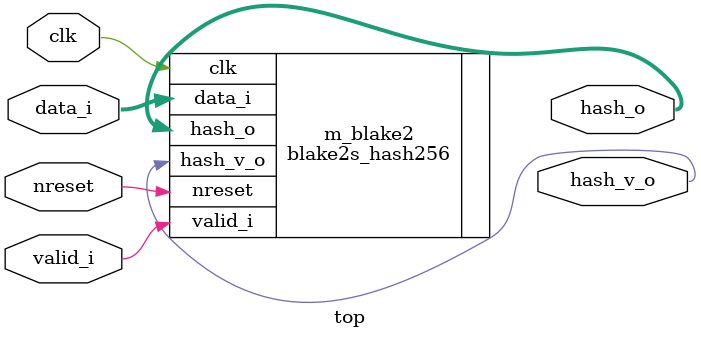
<source format=v>
`timescale 1ns / 1ps

module top(
	input clk, 
	input nreset, 

	input valid_i, 
	input [511:0] data_i, 
	output hash_v_o,
	output [255:0] hash_o
); 

	blake2s_hash256 m_blake2(
		.clk(clk),
		.nreset(nreset),

		.valid_i(valid_i),
		.data_i(data_i),

		.hash_v_o(hash_v_o),
		.hash_o(hash_o)
	);
endmodule


</source>
